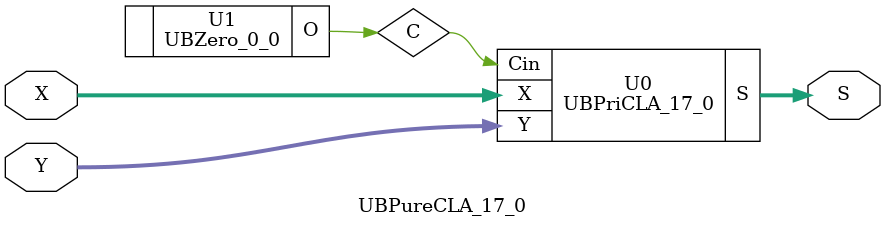
<source format=v>
/*----------------------------------------------------------------------------
  Copyright (c) 2021 Homma laboratory. All rights reserved.

  Top module: UBCLA_17_0_17_0

  Operand-1 length: 18
  Operand-2 length: 18
  Two-operand addition algorithm: Carry look-ahead adder
----------------------------------------------------------------------------*/

module GPGenerator(Go, Po, A, B);
  output Go;
  output Po;
  input A;
  input B;
  assign Go = A & B;
  assign Po = A ^ B;
endmodule

module CLAUnit_18(C, G, P, Cin);
  output [18:1] C;
  input Cin;
  input [17:0] G;
  input [17:0] P;
  assign C[1] = G[0] | ( P[0] & Cin );
  assign C[2] = G[1] | ( P[1] & G[0] ) | ( P[1] & P[0] & Cin );
  assign C[3] = G[2] | ( P[2] & G[1] ) | ( P[2] & P[1] & G[0] ) | ( P[2] & P[1] & P[0] & Cin );
  assign C[4] = G[3] | ( P[3] & G[2] ) | ( P[3] & P[2] & G[1] ) | ( P[3] & P[2] & P[1] & G[0] ) | ( P[3] & P[2] & P[1] & P[0] & Cin );
  assign C[5] = G[4] | ( P[4] & G[3] ) | ( P[4] & P[3] & G[2] ) | ( P[4] & P[3] & P[2] & G[1] ) | ( P[4] & P[3] & P[2] & P[1] & G[0] ) | ( P[4] & P[3] & P[2] & P[1] & P[0] & Cin );
  assign C[6] = G[5] | ( P[5] & G[4] ) | ( P[5] & P[4] & G[3] ) | ( P[5] & P[4] & P[3] & G[2] ) | ( P[5] & P[4] & P[3] & P[2] & G[1] ) | ( P[5] & P[4] & P[3] & P[2] & P[1] & G[0] ) | ( P[5] & P[4] & P[3]
 & P[2] & P[1] & P[0] & Cin );
  assign C[7] = G[6] | ( P[6] & G[5] ) | ( P[6] & P[5] & G[4] ) | ( P[6] & P[5] & P[4] & G[3] ) | ( P[6] & P[5] & P[4] & P[3] & G[2] ) | ( P[6] & P[5] & P[4] & P[3] & P[2] & G[1] ) | ( P[6] & P[5] & P[4]
 & P[3] & P[2] & P[1] & G[0] ) | ( P[6] & P[5] & P[4] & P[3] & P[2] & P[1] & P[0] & Cin );
  assign C[8] = G[7] | ( P[7] & G[6] ) | ( P[7] & P[6] & G[5] ) | ( P[7] & P[6] & P[5] & G[4] ) | ( P[7] & P[6] & P[5] & P[4] & G[3] ) | ( P[7] & P[6] & P[5] & P[4] & P[3] & G[2] ) | ( P[7] & P[6] & P[5]
 & P[4] & P[3] & P[2] & G[1] ) | ( P[7] & P[6] & P[5] & P[4] & P[3] & P[2] & P[1] & G[0] ) | ( P[7] & P[6] & P[5] & P[4] & P[3] & P[2] & P[1] & P[0] & Cin );
  assign C[9] = G[8] | ( P[8] & G[7] ) | ( P[8] & P[7] & G[6] ) | ( P[8] & P[7] & P[6] & G[5] ) | ( P[8] & P[7] & P[6] & P[5] & G[4] ) | ( P[8] & P[7] & P[6] & P[5] & P[4] & G[3] ) | ( P[8] & P[7] & P[6]
 & P[5] & P[4] & P[3] & G[2] ) | ( P[8] & P[7] & P[6] & P[5] & P[4] & P[3] & P[2] & G[1] ) | ( P[8] & P[7] & P[6] & P[5] & P[4] & P[3] & P[2] & P[1] & G[0] ) | ( P[8] & P[7] & P[6] & P[5] & P[4] & P[3]
 & P[2] & P[1] & P[0] & Cin );
  assign C[10] = G[9] | ( P[9] & G[8] ) | ( P[9] & P[8] & G[7] ) | ( P[9] & P[8] & P[7] & G[6] ) | ( P[9] & P[8] & P[7] & P[6] & G[5] ) | ( P[9] & P[8] & P[7] & P[6] & P[5] & G[4] ) | ( P[9] & P[8] & P[7]
 & P[6] & P[5] & P[4] & G[3] ) | ( P[9] & P[8] & P[7] & P[6] & P[5] & P[4] & P[3] & G[2] ) | ( P[9] & P[8] & P[7] & P[6] & P[5] & P[4] & P[3] & P[2] & G[1] ) | ( P[9] & P[8] & P[7] & P[6] & P[5] & P[4]
 & P[3] & P[2] & P[1] & G[0] ) | ( P[9] & P[8] & P[7] & P[6] & P[5] & P[4] & P[3] & P[2] & P[1] & P[0] & Cin );
  assign C[11] = G[10] | ( P[10] & G[9] ) | ( P[10] & P[9] & G[8] ) | ( P[10] & P[9] & P[8] & G[7] ) | ( P[10] & P[9] & P[8] & P[7] & G[6] ) | ( P[10] & P[9] & P[8] & P[7] & P[6] & G[5] ) | ( P[10] & P[9]
 & P[8] & P[7] & P[6] & P[5] & G[4] ) | ( P[10] & P[9] & P[8] & P[7] & P[6] & P[5] & P[4] & G[3] ) | ( P[10] & P[9] & P[8] & P[7] & P[6] & P[5] & P[4] & P[3] & G[2] ) | ( P[10] & P[9] & P[8] & P[7] & P[6]
 & P[5] & P[4] & P[3] & P[2] & G[1] ) | ( P[10] & P[9] & P[8] & P[7] & P[6] & P[5] & P[4] & P[3] & P[2] & P[1] & G[0] ) | ( P[10] & P[9] & P[8] & P[7] & P[6] & P[5] & P[4] & P[3] & P[2] & P[1] & P[0] &
 Cin );
  assign C[12] = G[11] | ( P[11] & G[10] ) | ( P[11] & P[10] & G[9] ) | ( P[11] & P[10] & P[9] & G[8] ) | ( P[11] & P[10] & P[9] & P[8] & G[7] ) | ( P[11] & P[10] & P[9] & P[8] & P[7] & G[6] ) | ( P[11]
 & P[10] & P[9] & P[8] & P[7] & P[6] & G[5] ) | ( P[11] & P[10] & P[9] & P[8] & P[7] & P[6] & P[5] & G[4] ) | ( P[11] & P[10] & P[9] & P[8] & P[7] & P[6] & P[5] & P[4] & G[3] ) | ( P[11] & P[10] & P[9]
 & P[8] & P[7] & P[6] & P[5] & P[4] & P[3] & G[2] ) | ( P[11] & P[10] & P[9] & P[8] & P[7] & P[6] & P[5] & P[4] & P[3] & P[2] & G[1] ) | ( P[11] & P[10] & P[9] & P[8] & P[7] & P[6] & P[5] & P[4] & P[3]
 & P[2] & P[1] & G[0] ) | ( P[11] & P[10] & P[9] & P[8] & P[7] & P[6] & P[5] & P[4] & P[3] & P[2] & P[1] & P[0] & Cin );
  assign C[13] = G[12] | ( P[12] & G[11] ) | ( P[12] & P[11] & G[10] ) | ( P[12] & P[11] & P[10] & G[9] ) | ( P[12] & P[11] & P[10] & P[9] & G[8] ) | ( P[12] & P[11] & P[10] & P[9] & P[8] & G[7] ) | ( P[12]
 & P[11] & P[10] & P[9] & P[8] & P[7] & G[6] ) | ( P[12] & P[11] & P[10] & P[9] & P[8] & P[7] & P[6] & G[5] ) | ( P[12] & P[11] & P[10] & P[9] & P[8] & P[7] & P[6] & P[5] & G[4] ) | ( P[12] & P[11] & P[10]
 & P[9] & P[8] & P[7] & P[6] & P[5] & P[4] & G[3] ) | ( P[12] & P[11] & P[10] & P[9] & P[8] & P[7] & P[6] & P[5] & P[4] & P[3] & G[2] ) | ( P[12] & P[11] & P[10] & P[9] & P[8] & P[7] & P[6] & P[5] & P[4]
 & P[3] & P[2] & G[1] ) | ( P[12] & P[11] & P[10] & P[9] & P[8] & P[7] & P[6] & P[5] & P[4] & P[3] & P[2] & P[1] & G[0] ) | ( P[12] & P[11] & P[10] & P[9] & P[8] & P[7] & P[6] & P[5] & P[4] & P[3] & P[2]
 & P[1] & P[0] & Cin );
  assign C[14] = G[13] | ( P[13] & G[12] ) | ( P[13] & P[12] & G[11] ) | ( P[13] & P[12] & P[11] & G[10] ) | ( P[13] & P[12] & P[11] & P[10] & G[9] ) | ( P[13] & P[12] & P[11] & P[10] & P[9] & G[8] ) |
 ( P[13] & P[12] & P[11] & P[10] & P[9] & P[8] & G[7] ) | ( P[13] & P[12] & P[11] & P[10] & P[9] & P[8] & P[7] & G[6] ) | ( P[13] & P[12] & P[11] & P[10] & P[9] & P[8] & P[7] & P[6] & G[5] ) | ( P[13] &
 P[12] & P[11] & P[10] & P[9] & P[8] & P[7] & P[6] & P[5] & G[4] ) | ( P[13] & P[12] & P[11] & P[10] & P[9] & P[8] & P[7] & P[6] & P[5] & P[4] & G[3] ) | ( P[13] & P[12] & P[11] & P[10] & P[9] & P[8] &
 P[7] & P[6] & P[5] & P[4] & P[3] & G[2] ) | ( P[13] & P[12] & P[11] & P[10] & P[9] & P[8] & P[7] & P[6] & P[5] & P[4] & P[3] & P[2] & G[1] ) | ( P[13] & P[12] & P[11] & P[10] & P[9] & P[8] & P[7] & P[6]
 & P[5] & P[4] & P[3] & P[2] & P[1] & G[0] ) | ( P[13] & P[12] & P[11] & P[10] & P[9] & P[8] & P[7] & P[6] & P[5] & P[4] & P[3] & P[2] & P[1] & P[0] & Cin );
  assign C[15] = G[14] | ( P[14] & G[13] ) | ( P[14] & P[13] & G[12] ) | ( P[14] & P[13] & P[12] & G[11] ) | ( P[14] & P[13] & P[12] & P[11] & G[10] ) | ( P[14] & P[13] & P[12] & P[11] & P[10] & G[9] )
 | ( P[14] & P[13] & P[12] & P[11] & P[10] & P[9] & G[8] ) | ( P[14] & P[13] & P[12] & P[11] & P[10] & P[9] & P[8] & G[7] ) | ( P[14] & P[13] & P[12] & P[11] & P[10] & P[9] & P[8] & P[7] & G[6] ) | ( P[14]
 & P[13] & P[12] & P[11] & P[10] & P[9] & P[8] & P[7] & P[6] & G[5] ) | ( P[14] & P[13] & P[12] & P[11] & P[10] & P[9] & P[8] & P[7] & P[6] & P[5] & G[4] ) | ( P[14] & P[13] & P[12] & P[11] & P[10] & P[9]
 & P[8] & P[7] & P[6] & P[5] & P[4] & G[3] ) | ( P[14] & P[13] & P[12] & P[11] & P[10] & P[9] & P[8] & P[7] & P[6] & P[5] & P[4] & P[3] & G[2] ) | ( P[14] & P[13] & P[12] & P[11] & P[10] & P[9] & P[8] &
 P[7] & P[6] & P[5] & P[4] & P[3] & P[2] & G[1] ) | ( P[14] & P[13] & P[12] & P[11] & P[10] & P[9] & P[8] & P[7] & P[6] & P[5] & P[4] & P[3] & P[2] & P[1] & G[0] ) | ( P[14] & P[13] & P[12] & P[11] & P[10]
 & P[9] & P[8] & P[7] & P[6] & P[5] & P[4] & P[3] & P[2] & P[1] & P[0] & Cin );
  assign C[16] = G[15] | ( P[15] & G[14] ) | ( P[15] & P[14] & G[13] ) | ( P[15] & P[14] & P[13] & G[12] ) | ( P[15] & P[14] & P[13] & P[12] & G[11] ) | ( P[15] & P[14] & P[13] & P[12] & P[11] & G[10] )
 | ( P[15] & P[14] & P[13] & P[12] & P[11] & P[10] & G[9] ) | ( P[15] & P[14] & P[13] & P[12] & P[11] & P[10] & P[9] & G[8] ) | ( P[15] & P[14] & P[13] & P[12] & P[11] & P[10] & P[9] & P[8] & G[7] ) | (
 P[15] & P[14] & P[13] & P[12] & P[11] & P[10] & P[9] & P[8] & P[7] & G[6] ) | ( P[15] & P[14] & P[13] & P[12] & P[11] & P[10] & P[9] & P[8] & P[7] & P[6] & G[5] ) | ( P[15] & P[14] & P[13] & P[12] & P[11]
 & P[10] & P[9] & P[8] & P[7] & P[6] & P[5] & G[4] ) | ( P[15] & P[14] & P[13] & P[12] & P[11] & P[10] & P[9] & P[8] & P[7] & P[6] & P[5] & P[4] & G[3] ) | ( P[15] & P[14] & P[13] & P[12] & P[11] & P[10]
 & P[9] & P[8] & P[7] & P[6] & P[5] & P[4] & P[3] & G[2] ) | ( P[15] & P[14] & P[13] & P[12] & P[11] & P[10] & P[9] & P[8] & P[7] & P[6] & P[5] & P[4] & P[3] & P[2] & G[1] ) | ( P[15] & P[14] & P[13] &
 P[12] & P[11] & P[10] & P[9] & P[8] & P[7] & P[6] & P[5] & P[4] & P[3] & P[2] & P[1] & G[0] ) | ( P[15] & P[14] & P[13] & P[12] & P[11] & P[10] & P[9] & P[8] & P[7] & P[6] & P[5] & P[4] & P[3] & P[2] &
 P[1] & P[0] & Cin );
  assign C[17] = G[16] | ( P[16] & G[15] ) | ( P[16] & P[15] & G[14] ) | ( P[16] & P[15] & P[14] & G[13] ) | ( P[16] & P[15] & P[14] & P[13] & G[12] ) | ( P[16] & P[15] & P[14] & P[13] & P[12] & G[11] )
 | ( P[16] & P[15] & P[14] & P[13] & P[12] & P[11] & G[10] ) | ( P[16] & P[15] & P[14] & P[13] & P[12] & P[11] & P[10] & G[9] ) | ( P[16] & P[15] & P[14] & P[13] & P[12] & P[11] & P[10] & P[9] & G[8] )
 | ( P[16] & P[15] & P[14] & P[13] & P[12] & P[11] & P[10] & P[9] & P[8] & G[7] ) | ( P[16] & P[15] & P[14] & P[13] & P[12] & P[11] & P[10] & P[9] & P[8] & P[7] & G[6] ) | ( P[16] & P[15] & P[14] & P[13]
 & P[12] & P[11] & P[10] & P[9] & P[8] & P[7] & P[6] & G[5] ) | ( P[16] & P[15] & P[14] & P[13] & P[12] & P[11] & P[10] & P[9] & P[8] & P[7] & P[6] & P[5] & G[4] ) | ( P[16] & P[15] & P[14] & P[13] & P[12]
 & P[11] & P[10] & P[9] & P[8] & P[7] & P[6] & P[5] & P[4] & G[3] ) | ( P[16] & P[15] & P[14] & P[13] & P[12] & P[11] & P[10] & P[9] & P[8] & P[7] & P[6] & P[5] & P[4] & P[3] & G[2] ) | ( P[16] & P[15]
 & P[14] & P[13] & P[12] & P[11] & P[10] & P[9] & P[8] & P[7] & P[6] & P[5] & P[4] & P[3] & P[2] & G[1] ) | ( P[16] & P[15] & P[14] & P[13] & P[12] & P[11] & P[10] & P[9] & P[8] & P[7] & P[6] & P[5] & P[4]
 & P[3] & P[2] & P[1] & G[0] ) | ( P[16] & P[15] & P[14] & P[13] & P[12] & P[11] & P[10] & P[9] & P[8] & P[7] & P[6] & P[5] & P[4] & P[3] & P[2] & P[1] & P[0] & Cin );
  assign C[18] = G[17] | ( P[17] & G[16] ) | ( P[17] & P[16] & G[15] ) | ( P[17] & P[16] & P[15] & G[14] ) | ( P[17] & P[16] & P[15] & P[14] & G[13] ) | ( P[17] & P[16] & P[15] & P[14] & P[13] & G[12] )
 | ( P[17] & P[16] & P[15] & P[14] & P[13] & P[12] & G[11] ) | ( P[17] & P[16] & P[15] & P[14] & P[13] & P[12] & P[11] & G[10] ) | ( P[17] & P[16] & P[15] & P[14] & P[13] & P[12] & P[11] & P[10] & G[9]
 ) | ( P[17] & P[16] & P[15] & P[14] & P[13] & P[12] & P[11] & P[10] & P[9] & G[8] ) | ( P[17] & P[16] & P[15] & P[14] & P[13] & P[12] & P[11] & P[10] & P[9] & P[8] & G[7] ) | ( P[17] & P[16] & P[15] &
 P[14] & P[13] & P[12] & P[11] & P[10] & P[9] & P[8] & P[7] & G[6] ) | ( P[17] & P[16] & P[15] & P[14] & P[13] & P[12] & P[11] & P[10] & P[9] & P[8] & P[7] & P[6] & G[5] ) | ( P[17] & P[16] & P[15] & P[14]
 & P[13] & P[12] & P[11] & P[10] & P[9] & P[8] & P[7] & P[6] & P[5] & G[4] ) | ( P[17] & P[16] & P[15] & P[14] & P[13] & P[12] & P[11] & P[10] & P[9] & P[8] & P[7] & P[6] & P[5] & P[4] & G[3] ) | ( P[17]
 & P[16] & P[15] & P[14] & P[13] & P[12] & P[11] & P[10] & P[9] & P[8] & P[7] & P[6] & P[5] & P[4] & P[3] & G[2] ) | ( P[17] & P[16] & P[15] & P[14] & P[13] & P[12] & P[11] & P[10] & P[9] & P[8] & P[7]
 & P[6] & P[5] & P[4] & P[3] & P[2] & G[1] ) | ( P[17] & P[16] & P[15] & P[14] & P[13] & P[12] & P[11] & P[10] & P[9] & P[8] & P[7] & P[6] & P[5] & P[4] & P[3] & P[2] & P[1] & G[0] ) | ( P[17] & P[16] &
 P[15] & P[14] & P[13] & P[12] & P[11] & P[10] & P[9] & P[8] & P[7] & P[6] & P[5] & P[4] & P[3] & P[2] & P[1] & P[0] & Cin );
endmodule

module UBPriCLA_17_0(S, X, Y, Cin);
  output [18:0] S;
  input Cin;
  input [17:0] X;
  input [17:0] Y;
  wire [18:1] C;
  wire [17:0] G;
  wire [17:0] P;
  assign S[0] = Cin ^ P[0];
  assign S[1] = C[1] ^ P[1];
  assign S[2] = C[2] ^ P[2];
  assign S[3] = C[3] ^ P[3];
  assign S[4] = C[4] ^ P[4];
  assign S[5] = C[5] ^ P[5];
  assign S[6] = C[6] ^ P[6];
  assign S[7] = C[7] ^ P[7];
  assign S[8] = C[8] ^ P[8];
  assign S[9] = C[9] ^ P[9];
  assign S[10] = C[10] ^ P[10];
  assign S[11] = C[11] ^ P[11];
  assign S[12] = C[12] ^ P[12];
  assign S[13] = C[13] ^ P[13];
  assign S[14] = C[14] ^ P[14];
  assign S[15] = C[15] ^ P[15];
  assign S[16] = C[16] ^ P[16];
  assign S[17] = C[17] ^ P[17];
  assign S[18] = C[18];
  GPGenerator U0 (G[0], P[0], X[0], Y[0]);
  GPGenerator U1 (G[1], P[1], X[1], Y[1]);
  GPGenerator U2 (G[2], P[2], X[2], Y[2]);
  GPGenerator U3 (G[3], P[3], X[3], Y[3]);
  GPGenerator U4 (G[4], P[4], X[4], Y[4]);
  GPGenerator U5 (G[5], P[5], X[5], Y[5]);
  GPGenerator U6 (G[6], P[6], X[6], Y[6]);
  GPGenerator U7 (G[7], P[7], X[7], Y[7]);
  GPGenerator U8 (G[8], P[8], X[8], Y[8]);
  GPGenerator U9 (G[9], P[9], X[9], Y[9]);
  GPGenerator U10 (G[10], P[10], X[10], Y[10]);
  GPGenerator U11 (G[11], P[11], X[11], Y[11]);
  GPGenerator U12 (G[12], P[12], X[12], Y[12]);
  GPGenerator U13 (G[13], P[13], X[13], Y[13]);
  GPGenerator U14 (G[14], P[14], X[14], Y[14]);
  GPGenerator U15 (G[15], P[15], X[15], Y[15]);
  GPGenerator U16 (G[16], P[16], X[16], Y[16]);
  GPGenerator U17 (G[17], P[17], X[17], Y[17]);
  CLAUnit_18 U18 (C, G, P, Cin);
endmodule

module UBZero_0_0(O);
  output [0:0] O;
  assign O[0] = 0;
endmodule

module UBCLA_17_0_17_0 (S, X, Y);
  output [18:0] S;
  input [17:0] X;
  input [17:0] Y;
  UBPureCLA_17_0 U0 (S[18:0], X[17:0], Y[17:0]);
endmodule

module UBPureCLA_17_0 (S, X, Y);
  output [18:0] S;
  input [17:0] X;
  input [17:0] Y;
  wire C;
  UBPriCLA_17_0 U0 (S, X, Y, C);
  UBZero_0_0 U1 (C);
endmodule


</source>
